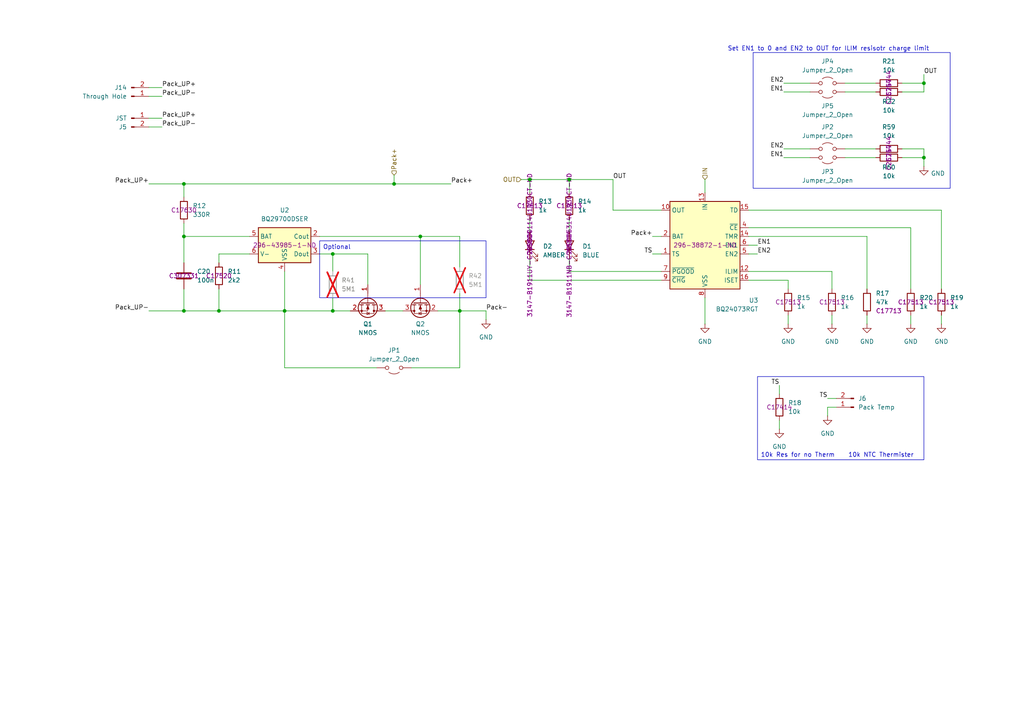
<source format=kicad_sch>
(kicad_sch (version 20250114) (generator "eeschema") (generator_version "9.0")
  (paper "A4")
  (title_block (rev "Rev.1"))
  (lib_symbols
    (symbol "Battery_Management:BQ24073RGT"
      (property "Reference" "U" (at -8.89 13.97 0))
      (property "Value" "BQ24073RGT" (at 16.51 13.97 0))
      (symbol "BQ24073RGT_0_1"
        (rectangle (start -10.16 12.7) (end 10.16 -12.7) (stroke (width 0.254)) (fill (type background)))
      )
      (symbol "BQ24073RGT_1_1"
        (pin input line (at -12.7 10.16 0) (length 2.54) (name "TD") (number "15"))
        (pin input line (at -12.7 5.08 0) (length 2.54) (name "~{CE}") (number "4"))
        (pin input line (at -12.7 2.54 0) (length 2.54) (name "TMR") (number "14"))
        (pin input line (at -12.7 0 0) (length 2.54) (name "EN1") (number "6"))
        (pin input line (at -12.7 -2.54 0) (length 2.54) (name "EN2") (number "5"))
        (pin passive line (at -12.7 -7.62 0) (length 2.54) (name "ILIM") (number "12"))
        (pin passive line (at -12.7 -10.16 0) (length 2.54) (name "ISET") (number "16"))
        (pin power_in line (at 0 15.24 270) (length 2.54) (name "IN") (number "13"))
        (pin passive line (at 0 -15.24 90) (length 2.54) (hide yes) (name "VSS") (number "17"))
        (pin power_in line (at 0 -15.24 90) (length 2.54) (name "VSS") (number "8"))
        (pin power_out line (at 12.7 10.16 180) (length 2.54) (name "OUT") (number "10"))
        (pin passive line (at 12.7 10.16 180) (length 2.54) (hide yes) (name "OUT") (number "11"))
        (pin power_out line (at 12.7 2.54 180) (length 2.54) (name "BAT") (number "2"))
        (pin passive line (at 12.7 2.54 180) (length 2.54) (hide yes) (name "BAT") (number "3"))
        (pin passive line (at 12.7 -2.54 180) (length 2.54) (name "TS") (number "1"))
        (pin open_collector line (at 12.7 -7.62 180) (length 2.54) (name "~{PGOOD}") (number "7"))
        (pin open_collector line (at 12.7 -10.16 180) (length 2.54) (name "~{CHG}") (number "9"))
      )
    )
    (symbol "Battery_Management:BQ297xy"
      (property "Reference" "U" (at -6.35 6.35 0))
      (property "Value" "BQ297xy" (at 5.08 -6.35 0))
      (symbol "BQ297xy_0_1"
        (rectangle (start -7.62 5.08) (end 7.62 -5.08) (stroke (width 0.254)) (fill (type background)))
      )
      (symbol "BQ297xy_1_1"
        (pin input line (at -10.16 2.54 0) (length 2.54) (name "BAT") (number "5"))
        (pin input line (at -10.16 -2.54 0) (length 2.54) (name "V-") (number "6"))
        (pin power_in line (at 0 -7.62 90) (length 2.54) (name "VSS") (number "4"))
        (pin no_connect line (at 7.62 0 180) (length 2.54) (hide yes) (name "NC") (number "1"))
        (pin output line (at 10.16 2.54 180) (length 2.54) (name "Cout") (number "2"))
        (pin output line (at 10.16 -2.54 180) (length 2.54) (name "Dout") (number "3"))
      )
    )
    (symbol "Connector:Conn_01x02_Pin" (pin_names (offset 1.016) (hide yes))
      (property "Reference" "J" (at 0 2.54 0))
      (property "Value" "Conn_01x02_Pin" (at 0 -5.08 0))
      (symbol "Conn_01x02_Pin_1_1"
        (rectangle (start 0.8636 0.127) (end 0 -0.127) (stroke (width 0.1524)) (fill (type outline)))
        (rectangle (start 0.8636 -2.413) (end 0 -2.667) (stroke (width 0.1524)) (fill (type outline)))
        (polyline (pts (xy 1.27 0) (xy 0.8636 0)) (stroke (width 0.1524)))
        (polyline (pts (xy 1.27 -2.54) (xy 0.8636 -2.54)) (stroke (width 0.1524)))
        (pin passive line (at 5.08 0 180) (length 3.81) (name "Pin_1") (number "1"))
        (pin passive line (at 5.08 -2.54 180) (length 3.81) (name "Pin_2") (number "2"))
      )
    )
    (symbol "Device:C" (pin_numbers (hide yes)) (pin_names (offset 0.254))
      (property "Reference" "C" (at 0.635 2.54 0))
      (property "Value" "C" (at 0.635 -2.54 0))
      (symbol "C_0_1"
        (polyline (pts (xy -2.032 0.762) (xy 2.032 0.762)) (stroke (width 0.508)))
        (polyline (pts (xy -2.032 -0.762) (xy 2.032 -0.762)) (stroke (width 0.508)))
      )
      (symbol "C_1_1"
        (pin passive line (at 0 3.81 270) (length 2.794) (name "~") (number "1"))
        (pin passive line (at 0 -3.81 90) (length 2.794) (name "~") (number "2"))
      )
    )
    (symbol "Device:LED" (pin_numbers (hide yes)) (pin_names (offset 1.016) (hide yes))
      (property "Reference" "D" (at 0 2.54 0))
      (property "Value" "LED" (at 0 -2.54 0))
      (symbol "LED_0_1"
        (polyline (pts (xy -3.048 -0.762) (xy -4.572 -2.286) (xy -3.81 -2.286) (xy -4.572 -2.286) (xy -4.572 -1.524)))
        (polyline (pts (xy -1.778 -0.762) (xy -3.302 -2.286) (xy -2.54 -2.286) (xy -3.302 -2.286) (xy -3.302 -1.524)))
        (polyline (pts (xy -1.27 0) (xy 1.27 0)))
        (polyline (pts (xy -1.27 -1.27) (xy -1.27 1.27)) (stroke (width 0.254)))
        (polyline (pts (xy 1.27 -1.27) (xy 1.27 1.27) (xy -1.27 0) (xy 1.27 -1.27)) (stroke (width 0.254)))
      )
      (symbol "LED_1_1"
        (pin passive line (at -3.81 0 0) (length 2.54) (name "K") (number "1"))
        (pin passive line (at 3.81 0 180) (length 2.54) (name "A") (number "2"))
      )
    )
    (symbol "Device:R" (pin_numbers (hide yes)) (pin_names (offset 0))
      (property "Reference" "R" (at 2.032 0 90))
      (property "Value" "R" (at 0 0 90))
      (symbol "R_0_1"
        (rectangle (start -1.016 -2.54) (end 1.016 2.54) (stroke (width 0.254)))
      )
      (symbol "R_1_1"
        (pin passive line (at 0 3.81 270) (length 1.27) (name "~") (number "1"))
        (pin passive line (at 0 -3.81 90) (length 1.27) (name "~") (number "2"))
      )
    )
    (symbol "Jumper:Jumper_2_Open" (pin_numbers (hide yes)) (pin_names (offset 0) (hide yes)) (exclude_from_sim yes)
      (property "Reference" "JP" (at 0 2.794 0))
      (property "Value" "Jumper_2_Open" (at 0 -2.286 0))
      (symbol "Jumper_2_Open_0_0"
        (circle (center -2.032 0) (radius 0.508))
        (circle (center 2.032 0) (radius 0.508))
      )
      (symbol "Jumper_2_Open_0_1"
        (arc (start -1.524 1.27) (mid 0 1.778) (end 1.524 1.27))
      )
      (symbol "Jumper_2_Open_1_1"
        (pin passive line (at -5.08 0 0) (length 2.54) (name "A") (number "1"))
        (pin passive line (at 5.08 0 180) (length 2.54) (name "B") (number "2"))
      )
    )
    (symbol "Transistor_FET:Q_NMOS_GSD" (pin_names (offset 0) (hide yes))
      (property "Reference" "Q" (at 5.08 1.905 0))
      (property "Value" "Q_NMOS_GSD" (at 5.08 0 0))
      (symbol "Q_NMOS_GSD_0_1"
        (polyline (pts (xy 0.254 1.905) (xy 0.254 -1.905)) (stroke (width 0.254)))
        (polyline (pts (xy 0.254 0) (xy -2.54 0)))
        (polyline (pts (xy 0.762 2.286) (xy 0.762 1.27)) (stroke (width 0.254)))
        (polyline (pts (xy 0.762 0.508) (xy 0.762 -0.508)) (stroke (width 0.254)))
        (polyline (pts (xy 0.762 -1.27) (xy 0.762 -2.286)) (stroke (width 0.254)))
        (polyline (pts (xy 0.762 -1.778) (xy 3.302 -1.778) (xy 3.302 1.778) (xy 0.762 1.778)))
        (polyline (pts (xy 1.016 0) (xy 2.032 0.381) (xy 2.032 -0.381) (xy 1.016 0)) (fill (type outline)))
        (circle (center 1.651 0) (radius 2.794) (stroke (width 0.254)))
        (polyline (pts (xy 2.54 2.54) (xy 2.54 1.778)))
        (circle (center 2.54 1.778) (radius 0.254) (fill (type outline)))
        (circle (center 2.54 -1.778) (radius 0.254) (fill (type outline)))
        (polyline (pts (xy 2.54 -2.54) (xy 2.54 0) (xy 0.762 0)))
        (polyline (pts (xy 2.921 0.381) (xy 3.683 0.381)))
        (polyline (pts (xy 3.302 0.381) (xy 2.921 -0.254) (xy 3.683 -0.254) (xy 3.302 0.381)))
      )
      (symbol "Q_NMOS_GSD_1_1"
        (pin input line (at -5.08 0 0) (length 2.54) (name "G") (number "1"))
        (pin passive line (at 2.54 5.08 270) (length 2.54) (name "D") (number "3"))
        (pin passive line (at 2.54 -5.08 90) (length 2.54) (name "S") (number "2"))
      )
    )
    (symbol "power:GND" (power) (pin_numbers (hide yes)) (pin_names (offset 0) (hide yes))
      (property "Value" "GND" (at 0 -3.81 0))
      (symbol "GND_0_1"
        (polyline (pts (xy 0 0) (xy 0 -1.27) (xy 1.27 -1.27) (xy 0 -2.54) (xy -1.27 -1.27) (xy 0 -1.27)))
      )
      (symbol "GND_1_1"
        (pin power_in line (at 0 0 270) (length 0) (name "~") (number "1"))
      )
    )
  )
  (rectangle (start 219.71 109.22) (end 267.97 133.35))
  (rectangle (start 218.44 15.24) (end 275.59 54.61))
  (text "10k NTC Thermister" (at 255.524 132.08 0) (effects (font (size 1.27 1.27))))
  (text "Set EN1 to 0 and EN2 to OUT for ILIM resisotr charge limit" (at 240.284 14.224 0) (effects (font (size 1.27 1.27))))
  (text "10k Res for no Therm" (at 231.394 132.08 0) (effects (font (size 1.27 1.27))))
  (text_box "Optional" (at 92.71 69.85 0) (size 48.26 16.51) (margins 0.9525 0.9525 0.9525 0.9525) (effects (font (size 1.27 1.27)) (justify left top)))
  (junction (at 96.52 90.17))
  (junction (at 96.52 73.66))
  (junction (at 53.34 90.17))
  (junction (at 133.35 90.17))
  (junction (at 53.34 53.34))
  (junction (at 114.3 53.34))
  (junction (at 82.55 90.17))
  (junction (at 121.92 68.58))
  (junction (at 165.1 52.07))
  (junction (at 267.97 24.13))
  (junction (at 153.67 52.07))
  (junction (at 267.97 45.72))
  (junction (at 53.34 68.58))
  (junction (at 63.5 90.17))
  (wire (pts (xy 43.18 34.29) (xy 46.99 34.29)))
  (wire (pts (xy 165.1 78.74) (xy 191.77 78.74)))
  (wire (pts (xy 111.76 90.17) (xy 116.84 90.17)))
  (wire (pts (xy 240.03 120.65) (xy 240.03 118.11)))
  (wire (pts (xy 241.3 78.74) (xy 241.3 83.82)))
  (wire (pts (xy 92.71 68.58) (xy 121.92 68.58)))
  (wire (pts (xy 53.34 68.58) (xy 53.34 76.2)))
  (wire (pts (xy 165.1 52.07) (xy 177.8 52.07)))
  (wire (pts (xy 114.3 50.8) (xy 114.3 53.34)))
  (wire (pts (xy 228.6 83.82) (xy 228.6 81.28)))
  (wire (pts (xy 261.62 43.18) (xy 267.97 43.18)))
  (wire (pts (xy 121.92 68.58) (xy 121.92 82.55)))
  (wire (pts (xy 264.16 91.44) (xy 264.16 93.98)))
  (wire (pts (xy 153.67 74.93) (xy 153.67 81.28)))
  (wire (pts (xy 245.11 43.18) (xy 254 43.18)))
  (wire (pts (xy 251.46 83.82) (xy 251.46 68.58)))
  (wire (pts (xy 153.67 63.5) (xy 153.67 67.31)))
  (wire (pts (xy 46.99 27.94) (xy 43.18 27.94)))
  (wire (pts (xy 228.6 81.28) (xy 217.17 81.28)))
  (wire (pts (xy 267.97 21.59) (xy 267.97 24.13)))
  (wire (pts (xy 63.5 83.82) (xy 63.5 90.17)))
  (wire (pts (xy 106.68 82.55) (xy 106.68 73.66)))
  (wire (pts (xy 153.67 52.07) (xy 165.1 52.07)))
  (wire (pts (xy 251.46 68.58) (xy 217.17 68.58)))
  (wire (pts (xy 140.97 90.17) (xy 140.97 92.71)))
  (wire (pts (xy 109.22 106.68) (xy 82.55 106.68)))
  (wire (pts (xy 177.8 60.96) (xy 191.77 60.96)))
  (wire (pts (xy 189.23 68.58) (xy 191.77 68.58)))
  (wire (pts (xy 267.97 43.18) (xy 267.97 45.72)))
  (wire (pts (xy 228.6 91.44) (xy 228.6 93.98)))
  (wire (pts (xy 96.52 73.66) (xy 92.71 73.66)))
  (wire (pts (xy 241.3 91.44) (xy 241.3 93.98)))
  (wire (pts (xy 264.16 66.04) (xy 217.17 66.04)))
  (wire (pts (xy 82.55 90.17) (xy 96.52 90.17)))
  (wire (pts (xy 63.5 90.17) (xy 53.34 90.17)))
  (wire (pts (xy 96.52 86.36) (xy 96.52 90.17)))
  (wire (pts (xy 96.52 90.17) (xy 101.6 90.17)))
  (wire (pts (xy 227.33 43.18) (xy 234.95 43.18)))
  (wire (pts (xy 219.71 71.12) (xy 217.17 71.12)))
  (wire (pts (xy 121.92 68.58) (xy 133.35 68.58)))
  (wire (pts (xy 53.34 53.34) (xy 53.34 57.15)))
  (wire (pts (xy 189.23 73.66) (xy 191.77 73.66)))
  (wire (pts (xy 53.34 53.34) (xy 114.3 53.34)))
  (wire (pts (xy 273.05 60.96) (xy 217.17 60.96)))
  (wire (pts (xy 53.34 83.82) (xy 53.34 90.17)))
  (wire (pts (xy 240.03 118.11) (xy 242.57 118.11)))
  (wire (pts (xy 241.3 78.74) (xy 217.17 78.74)))
  (wire (pts (xy 140.97 90.17) (xy 133.35 90.17)))
  (wire (pts (xy 133.35 106.68) (xy 133.35 90.17)))
  (wire (pts (xy 114.3 53.34) (xy 130.81 53.34)))
  (wire (pts (xy 82.55 78.74) (xy 82.55 90.17)))
  (wire (pts (xy 240.03 115.57) (xy 242.57 115.57)))
  (wire (pts (xy 227.33 24.13) (xy 234.95 24.13)))
  (wire (pts (xy 82.55 90.17) (xy 63.5 90.17)))
  (wire (pts (xy 153.67 55.88) (xy 153.67 52.07)))
  (wire (pts (xy 153.67 81.28) (xy 191.77 81.28)))
  (wire (pts (xy 53.34 64.77) (xy 53.34 68.58)))
  (wire (pts (xy 254 26.67) (xy 245.11 26.67)))
  (wire (pts (xy 153.67 52.07) (xy 151.13 52.07)))
  (wire (pts (xy 177.8 52.07) (xy 177.8 60.96)))
  (wire (pts (xy 96.52 73.66) (xy 106.68 73.66)))
  (wire (pts (xy 96.52 78.74) (xy 96.52 73.66)))
  (wire (pts (xy 227.33 45.72) (xy 234.95 45.72)))
  (wire (pts (xy 273.05 83.82) (xy 273.05 60.96)))
  (wire (pts (xy 261.62 45.72) (xy 267.97 45.72)))
  (wire (pts (xy 165.1 63.5) (xy 165.1 67.31)))
  (wire (pts (xy 227.33 26.67) (xy 234.95 26.67)))
  (wire (pts (xy 63.5 73.66) (xy 63.5 76.2)))
  (wire (pts (xy 264.16 83.82) (xy 264.16 66.04)))
  (wire (pts (xy 43.18 25.4) (xy 46.99 25.4)))
  (wire (pts (xy 133.35 85.09) (xy 133.35 90.17)))
  (wire (pts (xy 53.34 90.17) (xy 43.18 90.17)))
  (wire (pts (xy 82.55 90.17) (xy 82.55 106.68)))
  (wire (pts (xy 43.18 53.34) (xy 53.34 53.34)))
  (wire (pts (xy 72.39 73.66) (xy 63.5 73.66)))
  (wire (pts (xy 119.38 106.68) (xy 133.35 106.68)))
  (wire (pts (xy 165.1 74.93) (xy 165.1 78.74)))
  (wire (pts (xy 245.11 24.13) (xy 254 24.13)))
  (wire (pts (xy 226.06 114.3) (xy 226.06 111.76)))
  (wire (pts (xy 267.97 24.13) (xy 267.97 26.67)))
  (wire (pts (xy 245.11 45.72) (xy 254 45.72)))
  (wire (pts (xy 251.46 91.44) (xy 251.46 93.98)))
  (wire (pts (xy 165.1 52.07) (xy 165.1 55.88)))
  (wire (pts (xy 273.05 91.44) (xy 273.05 93.98)))
  (wire (pts (xy 204.47 86.36) (xy 204.47 93.98)))
  (wire (pts (xy 267.97 26.67) (xy 261.62 26.67)))
  (wire (pts (xy 261.62 24.13) (xy 267.97 24.13)))
  (wire (pts (xy 204.47 52.07) (xy 204.47 55.88)))
  (wire (pts (xy 226.06 121.92) (xy 226.06 124.46)))
  (wire (pts (xy 267.97 45.72) (xy 267.97 48.26)))
  (wire (pts (xy 133.35 77.47) (xy 133.35 68.58)))
  (wire (pts (xy 53.34 68.58) (xy 72.39 68.58)))
  (wire (pts (xy 219.71 73.66) (xy 217.17 73.66)))
  (wire (pts (xy 127 90.17) (xy 133.35 90.17)))
  (wire (pts (xy 46.99 36.83) (xy 43.18 36.83)))
  (label "Pack+" (at 130.81 53.34 0))
  (label "TS" (at 189.23 73.66 180))
  (label "Pack_UP+" (at 46.99 34.29 0))
  (label "EN1" (at 219.71 71.12 0))
  (label "EN2" (at 219.71 73.66 0))
  (label "OUT" (at 267.97 21.59 0))
  (label "Pack_UP-" (at 43.18 90.17 180))
  (label "EN1" (at 227.33 26.67 180))
  (label "EN2" (at 227.33 43.18 180))
  (label "OUT" (at 177.8 52.07 0))
  (label "Pack_UP+" (at 46.99 25.4 0))
  (label "Pack_UP+" (at 43.18 53.34 180))
  (label "TS" (at 240.03 115.57 180))
  (label "Pack+" (at 189.23 68.58 180))
  (label "EN1" (at 227.33 45.72 180))
  (label "Pack_UP-" (at 46.99 27.94 0))
  (label "Pack_UP-" (at 46.99 36.83 0))
  (label "EN2" (at 227.33 24.13 180))
  (label "TS" (at 226.06 111.76 180))
  (label "Pack-" (at 140.97 90.17 0))
  (hierarchical_label "IN" (shape input) (at 204.47 52.07 90))
  (hierarchical_label "OUT" (shape input) (at 151.13 52.07 180))
  (hierarchical_label "Pack+" (shape input) (at 114.3 50.8 90))
  (symbol (lib_id "Device:R") (at 257.81 26.67 90) (unit 1)
    (property "Reference" "R22" (at 257.81 29.464 90))
    (property "Value" "10k" (at 257.81 32.004 90))
    (property "Footprint" "Resistor_SMD:R_0402_1005Metric" (effects (hide yes)))
    (property "Description" "Resistor" (effects (hide yes)))
    (property "LCSC" "C25744" (at 257.81 26.67 0))
  )
  (symbol (lib_id "Device:R") (at 241.3 87.63 0) (unit 1)
    (property "Reference" "R16" (at 243.84 86.3599 0) (effects (justify left)))
    (property "Value" "1k" (at 243.84 88.8999 0) (effects (justify left)))
    (property "Footprint" "Resistor_SMD:R_0805_2012Metric" (effects (hide yes)))
    (property "Description" "Resistor" (effects (hide yes)))
    (property "LCSC" "C17513" (at 241.3 87.63 0))
  )
  (symbol (lib_id "Device:R") (at 96.52 82.55 0) (unit 1) (dnp yes)
    (property "Reference" "R41" (at 99.06 81.2799 0) (effects (justify left)))
    (property "Value" "5M1" (at 99.06 83.8199 0) (effects (justify left)))
    (property "Footprint" "Resistor_SMD:R_0805_2012Metric" (effects (hide yes)))
    (property "Description" "Resistor" (effects (hide yes)))
  )
  (symbol (lib_id "Device:R") (at 264.16 87.63 0) (unit 1)
    (property "Reference" "R20" (at 266.7 86.3599 0) (effects (justify left)))
    (property "Value" "1k" (at 266.7 88.8999 0) (effects (justify left)))
    (property "Footprint" "Resistor_SMD:R_0805_2012Metric" (effects (hide yes)))
    (property "Description" "Resistor" (effects (hide yes)))
    (property "LCSC" "C17513" (at 264.16 87.63 0))
  )
  (symbol (lib_id "power:GND") (at 204.47 93.98 0) (unit 1)
    (property "Reference" "#PWR020" (effects (hide yes)))
    (property "Value" "GND" (at 204.47 99.06 0))
    (property "Description" "Power symbol creates a global label with name \"GND\" , ground" (effects (hide yes)))
  )
  (symbol (lib_id "Device:R") (at 251.46 87.63 0) (unit 1)
    (property "Reference" "R17" (at 254 85.0899 0) (effects (justify left)))
    (property "Value" "47k" (at 254 87.6299 0) (effects (justify left)))
    (property "Footprint" "Resistor_SMD:R_0805_2012Metric" (effects (hide yes)))
    (property "Description" "Resistor" (effects (hide yes)))
    (property "LCSC" "C17713" (at 254 90.1699 0) (effects (justify left)))
  )
  (symbol (lib_id "power:GND") (at 240.03 120.65 0) (unit 1)
    (property "Reference" "#PWR027" (effects (hide yes)))
    (property "Value" "GND" (at 240.03 125.73 0))
    (property "Description" "Power symbol creates a global label with name \"GND\" , ground" (effects (hide yes)))
  )
  (symbol (lib_id "Jumper:Jumper_2_Open") (at 240.03 26.67 180) (unit 1) (exclude_from_sim yes)
    (property "Reference" "JP5" (at 240.03 30.734 0))
    (property "Value" "Jumper_2_Open" (at 240.03 33.274 0))
    (property "Footprint" "Jumper:SolderJumper-2_P1.3mm_Open_TrianglePad1.0x1.5mm" (effects (hide yes)))
    (property "Description" "Jumper, 2-pole, open" (effects (hide yes)))
  )
  (symbol (lib_id "Jumper:Jumper_2_Open") (at 240.03 24.13 0) (unit 1) (exclude_from_sim yes)
    (property "Reference" "JP4" (at 240.03 17.78 0))
    (property "Value" "Jumper_2_Open" (at 240.03 20.32 0))
    (property "Footprint" "Jumper:SolderJumper-2_P1.3mm_Open_TrianglePad1.0x1.5mm" (effects (hide yes)))
    (property "Description" "Jumper, 2-pole, open" (effects (hide yes)))
  )
  (symbol (lib_id "Device:LED") (at 153.67 71.12 90) (unit 1)
    (property "Reference" "D2" (at 157.48 71.4374 90) (effects (justify right)))
    (property "Value" "AMBER" (at 157.48 73.9774 90) (effects (justify right)))
    (property "Footprint" "LED_SMD:LED_0603_1608Metric" (effects (hide yes)))
    (property "Description" "Light emitting diode" (effects (hide yes)))
    (property "Sim.Pins" "1=K 2=A" (effects (hide yes)))
    (property "LCSC" "C965804" (at 153.67 71.12 0))
    (property "DK#" "3147-B1911UY--20D000114U1930CT-ND" (at 153.67 71.12 0))
  )
  (symbol (lib_id "Connector:Conn_01x02_Pin") (at 38.1 34.29 0) (unit 1)
    (property "Reference" "J5" (at 36.83 36.8301 0) (effects (justify right)))
    (property "Value" "JST" (at 36.83 34.2901 0) (effects (justify right)))
    (property "Footprint" "Connector_JST:JST_PH_B2B-PH-K_1x02_P2.00mm_Vertical" (effects (hide yes)))
    (property "Description" "Generic connector, single row, 01x02, script generated" (effects (hide yes)))
  )
  (symbol (lib_id "Device:R") (at 53.34 60.96 0) (unit 1)
    (property "Reference" "R12" (at 55.88 59.6899 0) (effects (justify left)))
    (property "Value" "330R" (at 55.88 62.2299 0) (effects (justify left)))
    (property "Footprint" "Resistor_SMD:R_0805_2012Metric" (effects (hide yes)))
    (property "Description" "Resistor" (effects (hide yes)))
    (property "LCSC" "C17630" (at 53.34 60.96 0))
  )
  (symbol (lib_id "power:GND") (at 226.06 124.46 0) (unit 1)
    (property "Reference" "#PWR026" (effects (hide yes)))
    (property "Value" "GND" (at 226.06 129.54 0))
    (property "Description" "Power symbol creates a global label with name \"GND\" , ground" (effects (hide yes)))
  )
  (symbol (lib_id "Device:R") (at 257.81 45.72 90) (unit 1)
    (property "Reference" "R60" (at 257.81 48.514 90))
    (property "Value" "10k" (at 257.81 51.054 90))
    (property "Footprint" "Resistor_SMD:R_0402_1005Metric" (effects (hide yes)))
    (property "Description" "Resistor" (effects (hide yes)))
    (property "LCSC" "C25744" (at 257.81 45.72 0))
  )
  (symbol (lib_id "power:GND") (at 140.97 92.71 0) (unit 1)
    (property "Reference" "#PWR021" (effects (hide yes)))
    (property "Value" "GND" (at 140.97 97.79 0))
    (property "Description" "Power symbol creates a global label with name \"GND\" , ground" (effects (hide yes)))
  )
  (symbol (lib_id "Transistor_FET:Q_NMOS_GSD") (at 121.92 87.63 90) (mirror x) (unit 1)
    (property "Reference" "Q2" (at 121.92 93.98 90))
    (property "Value" "NMOS" (at 121.92 96.52 90))
    (property "Footprint" "Package_TO_SOT_SMD:SOT-23" (effects (hide yes)))
    (property "Description" "N-MOSFET transistor, gate/source/drain" (effects (hide yes)))
    (property "Sim.Device" "NMOS" (effects (hide yes)))
    (property "Sim.Type" "VDMOS" (effects (hide yes)))
    (property "Sim.Pins" "1=D 2=G 3=S" (effects (hide yes)))
    (property "LCSC" "C427390" (effects (hide yes)))
  )
  (symbol (lib_id "power:GND") (at 228.6 93.98 0) (unit 1)
    (property "Reference" "#PWR023" (effects (hide yes)))
    (property "Value" "GND" (at 228.6 99.06 0))
    (property "Description" "Power symbol creates a global label with name \"GND\" , ground" (effects (hide yes)))
  )
  (symbol (lib_id "Device:R") (at 257.81 43.18 90) (unit 1)
    (property "Reference" "R59" (at 257.81 36.83 90))
    (property "Value" "10k" (at 257.81 39.37 90))
    (property "Footprint" "Resistor_SMD:R_0402_1005Metric" (effects (hide yes)))
    (property "Description" "Resistor" (effects (hide yes)))
    (property "LCSC" "C25744" (at 257.81 43.18 0))
  )
  (symbol (lib_id "Device:R") (at 273.05 87.63 0) (unit 1)
    (property "Reference" "R19" (at 275.59 86.3599 0) (effects (justify left)))
    (property "Value" "1k" (at 275.59 88.8999 0) (effects (justify left)))
    (property "Footprint" "Resistor_SMD:R_0805_2012Metric" (effects (hide yes)))
    (property "Description" "Resistor" (effects (hide yes)))
    (property "LCSC" "C17513" (at 273.05 87.63 0))
  )
  (symbol (lib_id "Device:R") (at 133.35 81.28 0) (unit 1) (dnp yes)
    (property "Reference" "R42" (at 135.89 80.0099 0) (effects (justify left)))
    (property "Value" "5M1" (at 135.89 82.5499 0) (effects (justify left)))
    (property "Footprint" "Resistor_SMD:R_0805_2012Metric" (effects (hide yes)))
    (property "Description" "Resistor" (effects (hide yes)))
  )
  (symbol (lib_id "power:GND") (at 273.05 93.98 0) (unit 1)
    (property "Reference" "#PWR028" (effects (hide yes)))
    (property "Value" "GND" (at 273.05 99.06 0))
    (property "Description" "Power symbol creates a global label with name \"GND\" , ground" (effects (hide yes)))
  )
  (symbol (lib_id "Battery_Management:BQ24073RGT") (at 204.47 71.12 0) (mirror y) (unit 1)
    (property "Reference" "U3" (at 219.964 87.122 0) (effects (justify left)))
    (property "Value" "BQ24073RGT" (at 219.964 89.662 0) (effects (justify left)))
    (property "Footprint" "Package_DFN_QFN:VQFN-16-1EP_3x3mm_P0.5mm_EP1.6x1.6mm" (effects (hide yes)))
    (property "Datasheet" "http://www.ti.com/lit/ds/symlink/bq24073.pdf" (effects (hide yes)))
    (property "Description" "USB-Friendly Li-Ion Battery Charger and Power-Path Management, VQFN-16" (effects (hide yes)))
    (property "LCSC" "C15220" (effects (hide yes)))
    (property "LCLink" "https://www.lcsc.com/product-detail/Battery-Management_Texas-Instruments-BQ24073RGTR_C15220.html?s_z=n_bq2407" (effects (hide yes)))
    (property "DK#" "296-38872-1-ND" (at 204.47 71.12 0))
  )
  (symbol (lib_id "power:GND") (at 267.97 48.26 0) (unit 1)
    (property "Reference" "#PWR022" (effects (hide yes)))
    (property "Value" "GND" (at 272.034 50.292 0))
    (property "Description" "Power symbol creates a global label with name \"GND\" , ground" (effects (hide yes)))
  )
  (symbol (lib_id "Transistor_FET:Q_NMOS_GSD") (at 106.68 87.63 270) (unit 1)
    (property "Reference" "Q1" (at 106.68 93.98 90))
    (property "Value" "NMOS" (at 106.68 96.52 90))
    (property "Footprint" "Package_TO_SOT_SMD:SOT-23" (effects (hide yes)))
    (property "Description" "N-MOSFET transistor, gate/source/drain" (effects (hide yes)))
    (property "Sim.Device" "NMOS" (effects (hide yes)))
    (property "Sim.Type" "VDMOS" (effects (hide yes)))
    (property "Sim.Pins" "1=D 2=G 3=S" (effects (hide yes)))
    (property "LCSC" "C427390" (effects (hide yes)))
  )
  (symbol (lib_id "Jumper:Jumper_2_Open") (at 114.3 106.68 180) (unit 1) (exclude_from_sim yes)
    (property "Reference" "JP1" (at 114.3 101.6 0))
    (property "Value" "Jumper_2_Open" (at 114.3 104.14 0))
    (property "Footprint" "Jumper:SolderJumper-2_P1.3mm_Open_TrianglePad1.0x1.5mm" (effects (hide yes)))
    (property "Description" "Jumper, 2-pole, open" (effects (hide yes)))
  )
  (symbol (lib_id "Device:R") (at 165.1 59.69 0) (unit 1)
    (property "Reference" "R14" (at 167.64 58.4199 0) (effects (justify left)))
    (property "Value" "1k" (at 167.64 60.9599 0) (effects (justify left)))
    (property "Footprint" "Resistor_SMD:R_0805_2012Metric" (effects (hide yes)))
    (property "Description" "Resistor" (effects (hide yes)))
    (property "LCSC" "C17513" (at 165.1 59.69 0))
  )
  (symbol (lib_id "Device:R") (at 257.81 24.13 90) (unit 1)
    (property "Reference" "R21" (at 257.81 17.78 90))
    (property "Value" "10k" (at 257.81 20.32 90))
    (property "Footprint" "Resistor_SMD:R_0402_1005Metric" (effects (hide yes)))
    (property "Description" "Resistor" (effects (hide yes)))
    (property "LCSC" "C25744" (at 257.81 24.13 0))
  )
  (symbol (lib_id "Battery_Management:BQ297xy") (at 82.55 71.12 0) (unit 1)
    (property "Reference" "U2" (at 82.55 60.96 0))
    (property "Value" "BQ29700DSER" (at 82.55 63.5 0))
    (property "Footprint" "Package_SON:WSON-6_1.5x1.5mm_P0.5mm" (effects (hide yes)))
    (property "Datasheet" "http://www.ti.com/lit/ds/symlink/bq2970.pdf" (effects (hide yes)))
    (property "Description" "Voltage and Current Protection for Single-Cell Li-Ion and Li-Polymer Batteries" (effects (hide yes)))
    (property "LCSC" "C183096" (effects (hide yes)))
    (property "DK#" "296-43985-1-ND" (at 82.55 71.12 0))
  )
  (symbol (lib_id "Device:C") (at 53.34 80.01 0) (unit 1)
    (property "Reference" "C20" (at 57.15 78.7399 0) (effects (justify left)))
    (property "Value" "100n" (at 57.15 81.2799 0) (effects (justify left)))
    (property "Footprint" "Capacitor_SMD:C_0402_1005Metric" (effects (hide yes)))
    (property "Description" "Unpolarized capacitor" (effects (hide yes)))
    (property "LCSC" "C307331" (at 53.34 80.01 0))
  )
  (symbol (lib_id "power:GND") (at 241.3 93.98 0) (unit 1)
    (property "Reference" "#PWR024" (effects (hide yes)))
    (property "Value" "GND" (at 241.3 99.06 0))
    (property "Description" "Power symbol creates a global label with name \"GND\" , ground" (effects (hide yes)))
  )
  (symbol (lib_id "Connector:Conn_01x02_Pin") (at 247.65 118.11 180) (unit 1)
    (property "Reference" "J6" (at 248.92 115.5699 0) (effects (justify right)))
    (property "Value" "Pack Temp" (at 248.92 118.1099 0) (effects (justify right)))
    (property "Footprint" "Connector_PinHeader_2.54mm:PinHeader_1x02_P2.54mm_Vertical" (effects (hide yes)))
    (property "Description" "Generic connector, single row, 01x02, script generated" (effects (hide yes)))
  )
  (symbol (lib_id "Device:R") (at 228.6 87.63 0) (unit 1)
    (property "Reference" "R15" (at 231.14 86.3599 0) (effects (justify left)))
    (property "Value" "1k" (at 231.14 88.8999 0) (effects (justify left)))
    (property "Footprint" "Resistor_SMD:R_0805_2012Metric" (effects (hide yes)))
    (property "Description" "Resistor" (effects (hide yes)))
    (property "LCSC" "C17513" (at 228.6 87.63 0))
  )
  (symbol (lib_id "power:GND") (at 264.16 93.98 0) (unit 1)
    (property "Reference" "#PWR029" (effects (hide yes)))
    (property "Value" "GND" (at 264.16 99.06 0))
    (property "Description" "Power symbol creates a global label with name \"GND\" , ground" (effects (hide yes)))
  )
  (symbol (lib_id "Device:R") (at 153.67 59.69 0) (unit 1)
    (property "Reference" "R13" (at 156.21 58.4199 0) (effects (justify left)))
    (property "Value" "1k" (at 156.21 60.9599 0) (effects (justify left)))
    (property "Footprint" "Resistor_SMD:R_0805_2012Metric" (effects (hide yes)))
    (property "Description" "Resistor" (effects (hide yes)))
    (property "LCSC" "C17513" (at 153.67 59.69 0))
  )
  (symbol (lib_id "Device:LED") (at 165.1 71.12 90) (unit 1)
    (property "Reference" "D1" (at 168.91 71.4374 90) (effects (justify right)))
    (property "Value" "BLUE" (at 168.91 73.9774 90) (effects (justify right)))
    (property "Footprint" "LED_SMD:LED_0603_1608Metric" (effects (hide yes)))
    (property "Description" "Light emitting diode" (effects (hide yes)))
    (property "Sim.Pins" "1=K 2=A" (effects (hide yes)))
    (property "LCSC" "C965804" (at 165.1 71.12 0))
    (property "DK#" "3147-B1911NB--20C005314U1930CT-ND" (at 165.1 71.12 0))
  )
  (symbol (lib_id "Device:R") (at 63.5 80.01 0) (unit 1)
    (property "Reference" "R11" (at 66.04 78.7399 0) (effects (justify left)))
    (property "Value" "2k2" (at 66.04 81.2799 0) (effects (justify left)))
    (property "Footprint" "Resistor_SMD:R_0805_2012Metric" (effects (hide yes)))
    (property "Description" "Resistor" (effects (hide yes)))
    (property "LCSC" "C17520" (at 63.5 80.01 0))
  )
  (symbol (lib_id "Jumper:Jumper_2_Open") (at 240.03 45.72 180) (unit 1) (exclude_from_sim yes)
    (property "Reference" "JP3" (at 240.03 49.784 0))
    (property "Value" "Jumper_2_Open" (at 240.03 52.324 0))
    (property "Footprint" "Jumper:SolderJumper-2_P1.3mm_Open_TrianglePad1.0x1.5mm" (effects (hide yes)))
    (property "Description" "Jumper, 2-pole, open" (effects (hide yes)))
  )
  (symbol (lib_id "Connector:Conn_01x02_Pin") (at 38.1 27.94 0) (mirror x) (unit 1)
    (property "Reference" "J14" (at 36.83 25.3999 0) (effects (justify right)))
    (property "Value" "Through Hole" (at 36.83 27.9399 0) (effects (justify right)))
    (property "Footprint" "Connector_PinHeader_2.54mm:PinHeader_1x02_P2.54mm_Vertical" (effects (hide yes)))
    (property "Description" "Generic connector, single row, 01x02, script generated" (effects (hide yes)))
  )
  (symbol (lib_id "Device:R") (at 226.06 118.11 0) (unit 1)
    (property "Reference" "R18" (at 228.6 116.8399 0) (effects (justify left)))
    (property "Value" "10k" (at 228.6 119.3799 0) (effects (justify left)))
    (property "Footprint" "Resistor_SMD:R_0805_2012Metric" (effects (hide yes)))
    (property "Description" "Resistor" (effects (hide yes)))
    (property "LCSC" "C17414" (at 226.06 118.11 0))
  )
  (symbol (lib_id "power:GND") (at 251.46 93.98 0) (unit 1)
    (property "Reference" "#PWR025" (effects (hide yes)))
    (property "Value" "GND" (at 251.46 99.06 0))
    (property "Description" "Power symbol creates a global label with name \"GND\" , ground" (effects (hide yes)))
  )
  (symbol (lib_id "Jumper:Jumper_2_Open") (at 240.03 43.18 0) (unit 1) (exclude_from_sim yes)
    (property "Reference" "JP2" (at 240.03 36.83 0))
    (property "Value" "Jumper_2_Open" (at 240.03 39.37 0))
    (property "Footprint" "Jumper:SolderJumper-2_P1.3mm_Open_TrianglePad1.0x1.5mm" (effects (hide yes)))
    (property "Description" "Jumper, 2-pole, open" (effects (hide yes)))
  )
)
</source>
